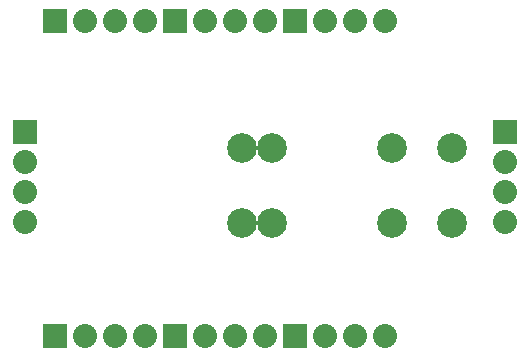
<source format=gbs>
G04 #@! TF.FileFunction,Soldermask,Bot*
%FSLAX46Y46*%
G04 Gerber Fmt 4.6, Leading zero omitted, Abs format (unit mm)*
G04 Created by KiCad (PCBNEW (2015-01-16 BZR 5376)-product) date 25/06/2015 00:13:43*
%MOMM*%
G01*
G04 APERTURE LIST*
%ADD10C,0.150000*%
%ADD11R,2.032000X2.032000*%
%ADD12C,2.032000*%
%ADD13C,2.506980*%
G04 APERTURE END LIST*
D10*
D11*
X127000000Y-55118000D03*
D12*
X127000000Y-57658000D03*
X127000000Y-60198000D03*
X127000000Y-62738000D03*
D11*
X109220000Y-45720000D03*
D12*
X111760000Y-45720000D03*
X114300000Y-45720000D03*
X116840000Y-45720000D03*
D11*
X99060000Y-45720000D03*
D12*
X101600000Y-45720000D03*
X104140000Y-45720000D03*
X106680000Y-45720000D03*
D11*
X88900000Y-45720000D03*
D12*
X91440000Y-45720000D03*
X93980000Y-45720000D03*
X96520000Y-45720000D03*
D11*
X109220000Y-72390000D03*
D12*
X111760000Y-72390000D03*
X114300000Y-72390000D03*
X116840000Y-72390000D03*
D11*
X99060000Y-72390000D03*
D12*
X101600000Y-72390000D03*
X104140000Y-72390000D03*
X106680000Y-72390000D03*
D11*
X88900000Y-72390000D03*
D12*
X91440000Y-72390000D03*
X93980000Y-72390000D03*
X96520000Y-72390000D03*
D11*
X86360000Y-55118000D03*
D12*
X86360000Y-57658000D03*
X86360000Y-60198000D03*
X86360000Y-62738000D03*
D13*
X104775000Y-56515000D03*
X107315000Y-56515000D03*
X117475000Y-56515000D03*
X122555000Y-56515000D03*
X104775000Y-62865000D03*
X107315000Y-62865000D03*
X117475000Y-62865000D03*
X122555000Y-62865000D03*
M02*

</source>
